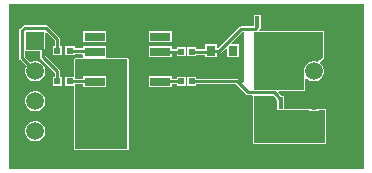
<source format=gbr>
G04*
G04 #@! TF.GenerationSoftware,Altium Limited,Altium Designer,22.4.2 (48)*
G04*
G04 Layer_Physical_Order=1*
G04 Layer_Color=255*
%FSLAX25Y25*%
%MOIN*%
G70*
G04*
G04 #@! TF.SameCoordinates,A57B437F-A86B-4AA4-8399-F8B01B8E29F7*
G04*
G04*
G04 #@! TF.FilePolarity,Positive*
G04*
G01*
G75*
%ADD10C,0.01000*%
%ADD13R,0.07008X0.02835*%
%ADD14R,0.01595X0.03898*%
%ADD15R,0.08799X0.06791*%
%ADD16R,0.02362X0.02362*%
%ADD17R,0.03150X0.03543*%
%ADD18R,0.02992X0.02835*%
%ADD19R,0.08661X0.09252*%
%ADD20R,0.02165X0.02165*%
%ADD29R,0.05906X0.05906*%
%ADD30C,0.05906*%
%ADD31C,0.02756*%
G36*
X62992Y-27559D02*
X-55256D01*
Y27559D01*
X62992D01*
Y-27559D01*
D02*
G37*
%LPC*%
G36*
X-886Y18366D02*
X-8681D01*
Y14744D01*
X-886D01*
Y18366D01*
D02*
G37*
G36*
X-22815D02*
X-30610D01*
Y14744D01*
X-22815D01*
Y18366D01*
D02*
G37*
G36*
X-42889Y20348D02*
X-50024D01*
X-50373Y20279D01*
X-50669Y20081D01*
X-51538Y19212D01*
X-51736Y18916D01*
X-51805Y18567D01*
Y9437D01*
X-51736Y9088D01*
X-51538Y8793D01*
X-49378Y6633D01*
X-49575Y6292D01*
X-49803Y5441D01*
Y4559D01*
X-49575Y3708D01*
X-49134Y2945D01*
X-48511Y2322D01*
X-47748Y1882D01*
X-46897Y1654D01*
X-46016D01*
X-45165Y1882D01*
X-44402Y2322D01*
X-43779Y2945D01*
X-43338Y3708D01*
X-43110Y4559D01*
Y5441D01*
X-43338Y6292D01*
X-43779Y7055D01*
X-44402Y7678D01*
X-45165Y8118D01*
X-46016Y8347D01*
X-46897D01*
X-47748Y8118D01*
X-48090Y7921D01*
X-49983Y9814D01*
Y11228D01*
X-49803Y11654D01*
X-49483Y11654D01*
X-44915D01*
Y9866D01*
X-44846Y9517D01*
X-44648Y9222D01*
X-39986Y4560D01*
Y3150D01*
X-40650D01*
Y0D01*
X-37500D01*
Y3150D01*
X-38164D01*
Y4937D01*
X-38233Y5286D01*
X-38431Y5581D01*
X-43093Y10244D01*
Y12547D01*
X-43110Y12635D01*
Y17662D01*
X-42610Y17869D01*
X-39986Y15245D01*
Y13386D01*
X-40650D01*
Y10236D01*
X-37500D01*
Y13386D01*
X-38164D01*
Y15623D01*
X-38233Y15971D01*
X-38431Y16267D01*
X-42245Y20081D01*
X-42540Y20279D01*
X-42889Y20348D01*
D02*
G37*
G36*
X-886Y13366D02*
X-8681D01*
Y9744D01*
X-886D01*
Y10575D01*
X689D01*
Y9941D01*
X3642D01*
Y12894D01*
X689D01*
Y12397D01*
X-886D01*
Y13366D01*
D02*
G37*
G36*
X28789Y23740D02*
X26408D01*
Y21189D01*
X26390Y21100D01*
Y20001D01*
X26338Y19949D01*
X22104D01*
X21756Y19880D01*
X21460Y19682D01*
X14500Y12722D01*
X13976D01*
Y13976D01*
X10039D01*
Y12329D01*
X7185D01*
Y12894D01*
X4232D01*
Y9941D01*
X7185D01*
Y10506D01*
X10039D01*
Y9646D01*
X13976D01*
Y10900D01*
X14878D01*
X15227Y10969D01*
X15522Y11167D01*
X17058Y12702D01*
X17520Y12511D01*
Y9646D01*
X21457D01*
Y13976D01*
X18985D01*
X18794Y14438D01*
X22482Y18126D01*
X23031D01*
Y1351D01*
X22569Y1160D01*
X21510Y2219D01*
X21215Y2417D01*
X20866Y2486D01*
X7185D01*
Y3051D01*
X4232D01*
Y98D01*
X7185D01*
Y664D01*
X20489D01*
X23891Y-2739D01*
X24187Y-2936D01*
X24535Y-3006D01*
X25856D01*
X25952Y-3150D01*
Y-18898D01*
X26077Y-19199D01*
X26378Y-19324D01*
X50000D01*
X50301Y-19199D01*
X50426Y-18898D01*
Y-7874D01*
X50301Y-7573D01*
X50000Y-7448D01*
X48172D01*
X48069Y-7490D01*
X47959Y-7505D01*
X47584Y-7721D01*
X46841Y-7920D01*
X46072D01*
X45329Y-7721D01*
X44955Y-7505D01*
X44844Y-7490D01*
X44742Y-7448D01*
X36585D01*
Y-3307D01*
X35491D01*
X35368Y-3184D01*
X35328Y-2982D01*
X35131Y-2686D01*
X34513Y-2069D01*
X34705Y-1607D01*
X43110Y-1607D01*
X43412Y-1482D01*
X43536Y-1181D01*
Y2481D01*
X44036Y2688D01*
X44402Y2322D01*
X45165Y1882D01*
X46016Y1654D01*
X46897D01*
X47748Y1882D01*
X48511Y2322D01*
X49134Y2945D01*
X49575Y3708D01*
X49803Y4559D01*
Y5441D01*
X49575Y6292D01*
X49134Y7055D01*
X48511Y7678D01*
X48452Y7712D01*
X48472Y8212D01*
X48643Y8293D01*
X48676Y8329D01*
X48724Y8343D01*
X49679Y9093D01*
X49693Y9117D01*
X49718Y9127D01*
X49771Y9256D01*
X49839Y9378D01*
X49832Y9404D01*
X49842Y9429D01*
X49834Y17953D01*
X49803Y18027D01*
Y18346D01*
X49486D01*
X49408Y18379D01*
X28456D01*
X28192Y18879D01*
X28313Y19055D01*
X28789D01*
Y23740D01*
D02*
G37*
G36*
X-886Y3366D02*
X-8681D01*
Y-256D01*
X-886D01*
Y654D01*
X689D01*
Y98D01*
X3642D01*
Y3051D01*
X689D01*
Y2476D01*
X-886D01*
Y3366D01*
D02*
G37*
G36*
X-46016Y-1654D02*
X-46897D01*
X-47748Y-1882D01*
X-48511Y-2322D01*
X-49134Y-2945D01*
X-49575Y-3708D01*
X-49803Y-4559D01*
Y-5441D01*
X-49575Y-6292D01*
X-49134Y-7055D01*
X-48511Y-7678D01*
X-47748Y-8118D01*
X-46897Y-8347D01*
X-46016D01*
X-45165Y-8118D01*
X-44402Y-7678D01*
X-43779Y-7055D01*
X-43338Y-6292D01*
X-43110Y-5441D01*
Y-4559D01*
X-43338Y-3708D01*
X-43779Y-2945D01*
X-44402Y-2322D01*
X-45165Y-1882D01*
X-46016Y-1654D01*
D02*
G37*
G36*
Y-11654D02*
X-46897D01*
X-47748Y-11882D01*
X-48511Y-12322D01*
X-49134Y-12945D01*
X-49575Y-13708D01*
X-49803Y-14559D01*
Y-15441D01*
X-49575Y-16292D01*
X-49134Y-17055D01*
X-48511Y-17678D01*
X-47748Y-18118D01*
X-46897Y-18346D01*
X-46016D01*
X-45165Y-18118D01*
X-44402Y-17678D01*
X-43779Y-17055D01*
X-43338Y-16292D01*
X-43110Y-15441D01*
Y-14559D01*
X-43338Y-13708D01*
X-43779Y-12945D01*
X-44402Y-12322D01*
X-45165Y-11882D01*
X-46016Y-11654D01*
D02*
G37*
G36*
X-33366Y13386D02*
X-36516D01*
Y10236D01*
X-33366D01*
Y10772D01*
X-30964D01*
X-30610Y10418D01*
X-30610Y9744D01*
X-31001Y9481D01*
X-33071D01*
X-33372Y9356D01*
X-33497Y9055D01*
Y3150D01*
X-36516D01*
Y0D01*
X-33497D01*
Y-20866D01*
X-33372Y-21168D01*
X-33071Y-21292D01*
X-15748D01*
X-15447Y-21168D01*
X-15322Y-20866D01*
Y9055D01*
X-15447Y9356D01*
X-15748Y9481D01*
X-22424D01*
X-22815Y9744D01*
X-22815Y9981D01*
Y13366D01*
X-30610D01*
Y12594D01*
X-33366D01*
Y13386D01*
D02*
G37*
%LPD*%
G36*
X49416Y9428D02*
X48461Y8678D01*
X47449Y8199D01*
X46897Y8347D01*
X46016D01*
X45165Y8118D01*
X44402Y7678D01*
X43779Y7055D01*
X43338Y6292D01*
X43110Y5441D01*
Y-1181D01*
X26378Y-1181D01*
X26378Y17953D01*
X49408D01*
X49416Y9428D01*
D02*
G37*
G36*
X33604Y-3737D02*
X33644Y-3939D01*
X33842Y-4235D01*
X34203Y-4596D01*
Y-7992D01*
X36585D01*
Y-7874D01*
X44742D01*
X45165Y-8118D01*
X46016Y-8347D01*
X46897D01*
X47748Y-8118D01*
X48172Y-7874D01*
X50000D01*
Y-18898D01*
X26378D01*
Y-3150D01*
X33017D01*
X33604Y-3737D01*
D02*
G37*
G36*
X-15748Y-20866D02*
X-33071D01*
Y654D01*
X-30610D01*
Y-256D01*
X-22815D01*
Y3366D01*
X-30610D01*
Y2476D01*
X-33071D01*
Y9055D01*
X-15748D01*
Y-20866D01*
D02*
G37*
D10*
X27301Y19623D02*
Y21100D01*
X22104Y19038D02*
X26715D01*
X27301Y19623D01*
X14878Y11811D02*
X22104Y19038D01*
X27301Y21100D02*
X27598Y21398D01*
X24535Y-2094D02*
X33250D01*
X20866Y1575D02*
X24535Y-2094D01*
X5709Y1575D02*
X20866D01*
X33250Y-2094D02*
X34486Y-3331D01*
Y-3591D02*
Y-3331D01*
X35394Y-5650D02*
Y-4498D01*
X34486Y-3591D02*
X35394Y-4498D01*
X12008Y11811D02*
X14878D01*
X11614Y11417D02*
X12008Y11811D01*
X5709Y11417D02*
X11614D01*
X-4715Y11486D02*
X2097D01*
X2165Y11417D01*
X-4783Y11555D02*
X-4715Y11486D01*
X2156Y1565D02*
X2165Y1575D01*
X-4783Y1555D02*
X-4774Y1565D01*
X2156D01*
X-26722D02*
X-26713Y1555D01*
X-34941Y1575D02*
X-34931Y1565D01*
X-26722D01*
X-34813Y11683D02*
X-26841D01*
X-26713Y11555D01*
X-34941Y11811D02*
X-34813Y11683D01*
X-42889Y19437D02*
X-39075Y15623D01*
Y11811D02*
Y15623D01*
X-50024Y19437D02*
X-42889D01*
X-50894Y18567D02*
X-50024Y19437D01*
X-50894Y9437D02*
X-46457Y5000D01*
X-50894Y9437D02*
Y18567D01*
X-39075Y1575D02*
Y4937D01*
X-46457Y15000D02*
X-44004Y12547D01*
Y9866D02*
Y12547D01*
Y9866D02*
X-39075Y4937D01*
D13*
X-26713Y16555D02*
D03*
Y11555D02*
D03*
Y6555D02*
D03*
Y1555D02*
D03*
X-4783Y16555D02*
D03*
Y11555D02*
D03*
Y6555D02*
D03*
Y1555D02*
D03*
D14*
X35394Y21398D02*
D03*
X32795D02*
D03*
X30197D02*
D03*
X27598D02*
D03*
Y10098D02*
D03*
X30197D02*
D03*
X32795D02*
D03*
X35394D02*
D03*
X27598Y5650D02*
D03*
X30197D02*
D03*
X32795D02*
D03*
X35394D02*
D03*
Y-5650D02*
D03*
X32795D02*
D03*
X30197D02*
D03*
X27598D02*
D03*
D15*
X31496Y13553D02*
D03*
Y2195D02*
D03*
D16*
X-34941Y1575D02*
D03*
X-39075D02*
D03*
X-34941Y11811D02*
D03*
X-39075D02*
D03*
D17*
X19488D02*
D03*
X12008D02*
D03*
X15748Y19685D02*
D03*
D18*
X-17677Y-1969D02*
D03*
X-13819D02*
D03*
D19*
X-27264Y-14961D02*
D03*
X-4232D02*
D03*
D20*
X5709Y11417D02*
D03*
X2165D02*
D03*
Y1575D02*
D03*
X5709D02*
D03*
D29*
X46457Y15000D02*
D03*
X-46457D02*
D03*
D30*
X46457Y5000D02*
D03*
Y-5000D02*
D03*
Y-15000D02*
D03*
X-46457Y5000D02*
D03*
Y-5000D02*
D03*
Y-15000D02*
D03*
D31*
X41339Y-5906D02*
D03*
X39370Y-3937D02*
D03*
X29528Y-15748D02*
D03*
X33465D02*
D03*
X37402D02*
D03*
X41339D02*
D03*
X-11811Y-5906D02*
D03*
X-19685D02*
D03*
X-11811Y17717D02*
D03*
Y13780D02*
D03*
Y9843D02*
D03*
Y5906D02*
D03*
X-19685Y-17717D02*
D03*
Y-13780D02*
D03*
Y-9843D02*
D03*
Y5906D02*
D03*
M02*

</source>
